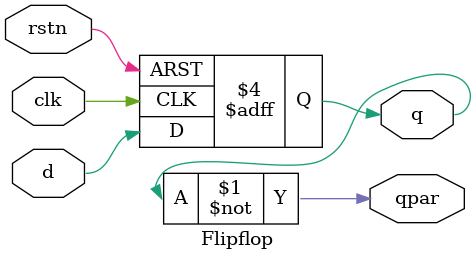
<source format=v>
module Flipflop(d,rstn,clk,q,qpar);
parameter FF_TYPE="DFF"; 
input d,rstn,clk;
output reg q;
output qpar;
assign qpar = ~q ;   
    always @(posedge clk or negedge rstn) begin
	    if (~rstn) 
	        q<=0;
	    else if (FF_TYPE=="TFF")
	        q<=q^d; //when d is high then q is toggle 
        else
            q<=d;
    end 
endmodule
</source>
